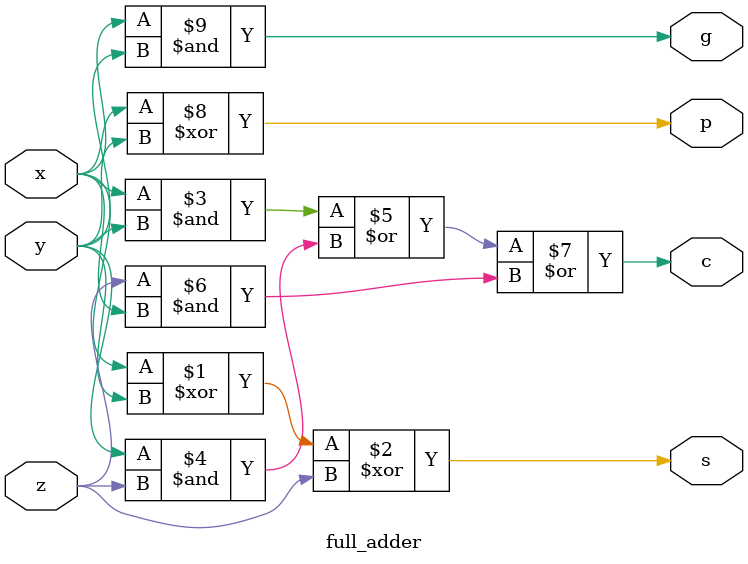
<source format=sv>
module carry_lookahead_adder
(
    input   logic[15:0]     A,
    input   logic[15:0]     B,
    output  logic[15:0]     Sum,
    output  logic           CO
);

    /* TODO
     *
     * Insert code here to implement a CLA adder.
     * Your code should be completly combinational (don't use always_ff or always_latch).
     * Feel free to create sub-modules or other files. */
    logic [4:0] C, P, G; 

    assign C[0] = 1'b0; 
    assign C[1] = C[0] & P[0] | G[0];
    assign C[2] = C[0] & P[0] & P[1] | G[0] & P[1] | G [1];
    assign C[3] = C[0] & P[0] & P[1] & P[2] | G[0] & P[1] & P[2] | G [1] & P[2] | G[2];
    assign CO = C[0] & P[0] & P[1] & P[2] & P[3] | G[0] & P[1] & P[2] & P[3] | G [1] & P[2] & P[3] | G[2] & P[3] | G[3];
    
    fourbit_carry_lookahead_adder AD0(.A(A[3:0]),.B(B[3:0]),.Cin(C[0]),.S(Sum[3:0]),.Cout(),.Pg(P[0]),.Gg(G[0]));
    fourbit_carry_lookahead_adder AD1(.A(A[7:4]),.B(B[7:4]),.Cin(C[1]),.S(Sum[7:4]),.Cout(),.Pg(P[1]),.Gg(G[1]));
    fourbit_carry_lookahead_adder AD2(.A(A[11:8]),.B(B[11:8]),.Cin(C[2]),.S(Sum[11:8]),.Cout(),.Pg(P[2]),.Gg(G[2]));
    fourbit_carry_lookahead_adder AD3(.A(A[15:12]),.B(B[15:12]),.Cin(C[3]),.S(Sum[15:12]),.Cout(),.Pg(P[3]),.Gg(G[3]));
     
endmodule

module fourbit_carry_lookahead_adder
(
    input logic [3:0] A,
    input logic [3:0] B,
    input logic Cin,
    output logic [3:0] S,
    output logic Cout,
    output logic Pg,
    output logic Gg
);
    logic [4:0] C, P, G; 
  
    assign C[0] = Cin;
    assign C[1] = Cin & P[0] | G[0];
    assign C[2] = Cin & P[0] & P[1] | G[0] & P[1] | G [1];
    assign C[3] = Cin & P[0] & P[1] & P[2] | G[0] & P[1] & P[2] | G [1] & P[2] | G[2];
    assign Cout = Cin & P[0] & P[1] & P[2] & P[3] | G[0] & P[1] & P[2] & P[3] | G [1] & P[2] & P[3] | G[2] & P[3] | G[3];
    assign Pg = P[0] & P[1] & P[2] & P[3];
    assign Gg = G[3] | G[2] & P[3] | G[1] & P[3] & P[2] | G[0] & P[3] & P[2] & P[1];
    
    full_adder FA0(.x(A[0]),.y(B[0]),.z(C[0]),.c(),.s(S[0]),.p(P[0]),.g(G[0]));
    full_adder FA1(.x(A[1]),.y(B[1]),.z(C[1]),.c(),.s(S[1]),.p(P[1]),.g(G[1]));
    full_adder FA2(.x(A[2]),.y(B[2]),.z(C[2]),.c(),.s(S[2]),.p(P[2]),.g(G[2]));
    full_adder FA3(.x(A[3]),.y(B[3]),.z(C[3]),.c(),.s(S[3]),.p(P[3]),.g(G[3]));

endmodule

module full_adder
(
		input logic x,y,z, 
		output logic c,s,p,g
);
		assign s=x^y^z;
		assign c=(x&y)|(y&z)|(z&x); 
		assign p=x^y;
		assign g=x&y;
endmodule
</source>
